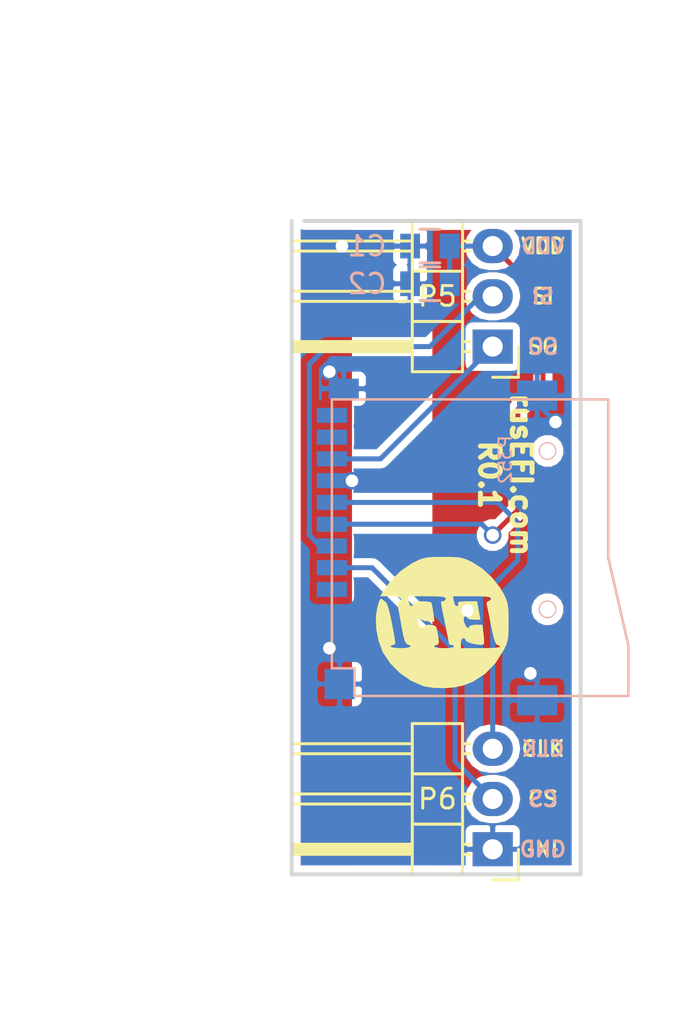
<source format=kicad_pcb>
(kicad_pcb (version 20221018) (generator pcbnew)
  (title_block (date "2016-12-31") (rev "R0.1") (company "rusEFI by DAECU"))
  (layers (0 "F.Cu" signal) (31 "B.Cu" signal) (34 "B.Paste" user) (35 "F.Paste" user) (36 "B.SilkS" user "B.Silkscreen") (37 "F.SilkS" user "F.Silkscreen") (38 "B.Mask" user) (39 "F.Mask" user) (44 "Edge.Cuts" user))
  (net 0 "")
  (net 1 "GND")
  (net 2 "/SPI_MISO")
  (net 3 "/SPI_MOSI")
  (net 4 "/3.3V")
  (net 5 "/CS_SD_MODULE")
  (net 6 "/SPI_SCK")
  (footprint "Pin_Headers:Pin_Header_Angled_1x03" (layer "F.Cu") (at 178.435 123.19 180)
    (fp_text reference "P5" (at 2.794 2.54 180) (layer "F.SilkS"))
    (fp_text value "CONN_01X03" hide)
    (fp_line (start -1.3 -1.55) (end -1.3 0) (stroke (width 0.15)) (layer "F.SilkS"))
    (fp_line (start 0 -1.55) (end -1.3 -1.55) (stroke (width 0.15)) (layer "F.SilkS"))
    (fp_line (start 1.524 -1.27) (end 1.524 1.27) (stroke (width 0.15)) (layer "F.SilkS"))
    (fp_line (start 1.524 -1.27) (end 4.064 -1.27) (stroke (width 0.15)) (layer "F.SilkS"))
    (fp_line (start 1.524 -0.254) (end 1.143 -0.254) (stroke (width 0.15)) (layer "F.SilkS"))
    (fp_line (start 1.524 0.254) (end 1.143 0.254) (stroke (width 0.15)) (layer "F.SilkS"))
    (fp_line (start 1.524 1.27) (end 1.524 3.81) (stroke (width 0.15)) (layer "F.SilkS"))
    (fp_line (start 1.524 1.27) (end 4.064 1.27) (stroke (width 0.15)) (layer "F.SilkS"))
    (fp_line (start 1.524 1.27) (end 4.064 1.27) (stroke (width 0.15)) (layer "F.SilkS"))
    (fp_line (start 1.524 2.286) (end 1.143 2.286) (stroke (width 0.15)) (layer "F.SilkS"))
    (fp_line (start 1.524 2.794) (end 1.143 2.794) (stroke (width 0.15)) (layer "F.SilkS"))
    (fp_line (start 1.524 3.81) (end 1.524 6.35) (stroke (width 0.15)) (layer "F.SilkS"))
    (fp_line (start 1.524 3.81) (end 4.064 3.81) (stroke (width 0.15)) (layer "F.SilkS"))
    (fp_line (start 1.524 3.81) (end 4.064 3.81) (stroke (width 0.15)) (layer "F.SilkS"))
    (fp_line (start 1.524 4.826) (end 1.143 4.826) (stroke (width 0.15)) (layer "F.SilkS"))
    (fp_line (start 1.524 5.334) (end 1.143 5.334) (stroke (width 0.15)) (layer "F.SilkS"))
    (fp_line (start 1.524 6.35) (end 4.064 6.35) (stroke (width 0.15)) (layer "F.SilkS"))
    (fp_line (start 4.064 -0.254) (end 10.16 -0.254) (stroke (width 0.15)) (layer "F.SilkS"))
    (fp_line (start 4.064 1.27) (end 4.064 -1.27) (stroke (width 0.15)) (layer "F.SilkS"))
    (fp_line (start 4.064 2.286) (end 10.16 2.286) (stroke (width 0.15)) (layer "F.SilkS"))
    (fp_line (start 4.064 3.81) (end 4.064 1.27) (stroke (width 0.15)) (layer "F.SilkS"))
    (fp_line (start 4.064 4.826) (end 10.16 4.826) (stroke (width 0.15)) (layer "F.SilkS"))
    (fp_line (start 4.064 6.35) (end 4.064 3.81) (stroke (width 0.15)) (layer "F.SilkS"))
    (fp_line (start 4.191 -0.127) (end 10.033 -0.127) (stroke (width 0.15)) (layer "F.SilkS"))
    (fp_line (start 4.191 0) (end 10.033 0) (stroke (width 0.15)) (layer "F.SilkS"))
    (fp_line (start 4.191 0.127) (end 4.191 0) (stroke (width 0.15)) (layer "F.SilkS"))
    (fp_line (start 10.033 -0.127) (end 10.033 0.127) (stroke (width 0.15)) (layer "F.SilkS"))
    (fp_line (start 10.033 0.127) (end 4.191 0.127) (stroke (width 0.15)) (layer "F.SilkS"))
    (fp_line (start 10.16 -0.254) (end 10.16 0.254) (stroke (width 0.15)) (layer "F.SilkS"))
    (fp_line (start 10.16 0.254) (end 4.064 0.254) (stroke (width 0.15)) (layer "F.SilkS"))
    (fp_line (start 10.16 2.286) (end 10.16 2.794) (stroke (width 0.15)) (layer "F.SilkS"))
    (fp_line (start 10.16 2.794) (end 4.064 2.794) (stroke (width 0.15)) (layer "F.SilkS"))
    (fp_line (start 10.16 4.826) (end 10.16 5.334) (stroke (width 0.15)) (layer "F.SilkS"))
    (fp_line (start 10.16 5.334) (end 4.064 5.334) (stroke (width 0.15)) (layer "F.SilkS"))
    (pad "1" thru_hole rect (at 0 0 180) (size 2.032 1.7272) (drill 1.016) (layers "*.Cu" "*.Mask") (net 2 "/SPI_MISO"))
    (pad "2" thru_hole oval (at 0 2.54 180) (size 2.032 1.7272) (drill 1.016) (layers "*.Cu" "*.Mask") (net 3 "/SPI_MOSI"))
    (pad "3" thru_hole oval (at 0 5.08 180) (size 2.032 1.7272) (drill 1.016) (layers "*.Cu" "*.Mask") (net 4 "/3.3V"))
  )
  (footprint "Pin_Headers:Pin_Header_Angled_1x03" (layer "F.Cu") (at 178.435 148.59 180)
    (fp_text reference "P6" (at 2.794 2.54 180) (layer "F.SilkS"))
    (fp_text value "CONN_01X03" hide)
    (fp_line (start -1.3 -1.55) (end -1.3 0) (stroke (width 0.15)) (layer "F.SilkS"))
    (fp_line (start 0 -1.55) (end -1.3 -1.55) (stroke (width 0.15)) (layer "F.SilkS"))
    (fp_line (start 1.524 -1.27) (end 1.524 1.27) (stroke (width 0.15)) (layer "F.SilkS"))
    (fp_line (start 1.524 -1.27) (end 4.064 -1.27) (stroke (width 0.15)) (layer "F.SilkS"))
    (fp_line (start 1.524 -0.254) (end 1.143 -0.254) (stroke (width 0.15)) (layer "F.SilkS"))
    (fp_line (start 1.524 0.254) (end 1.143 0.254) (stroke (width 0.15)) (layer "F.SilkS"))
    (fp_line (start 1.524 1.27) (end 1.524 3.81) (stroke (width 0.15)) (layer "F.SilkS"))
    (fp_line (start 1.524 1.27) (end 4.064 1.27) (stroke (width 0.15)) (layer "F.SilkS"))
    (fp_line (start 1.524 1.27) (end 4.064 1.27) (stroke (width 0.15)) (layer "F.SilkS"))
    (fp_line (start 1.524 2.286) (end 1.143 2.286) (stroke (width 0.15)) (layer "F.SilkS"))
    (fp_line (start 1.524 2.794) (end 1.143 2.794) (stroke (width 0.15)) (layer "F.SilkS"))
    (fp_line (start 1.524 3.81) (end 1.524 6.35) (stroke (width 0.15)) (layer "F.SilkS"))
    (fp_line (start 1.524 3.81) (end 4.064 3.81) (stroke (width 0.15)) (layer "F.SilkS"))
    (fp_line (start 1.524 3.81) (end 4.064 3.81) (stroke (width 0.15)) (layer "F.SilkS"))
    (fp_line (start 1.524 4.826) (end 1.143 4.826) (stroke (width 0.15)) (layer "F.SilkS"))
    (fp_line (start 1.524 5.334) (end 1.143 5.334) (stroke (width 0.15)) (layer "F.SilkS"))
    (fp_line (start 1.524 6.35) (end 4.064 6.35) (stroke (width 0.15)) (layer "F.SilkS"))
    (fp_line (start 4.064 -0.254) (end 10.16 -0.254) (stroke (width 0.15)) (layer "F.SilkS"))
    (fp_line (start 4.064 1.27) (end 4.064 -1.27) (stroke (width 0.15)) (layer "F.SilkS"))
    (fp_line (start 4.064 2.286) (end 10.16 2.286) (stroke (width 0.15)) (layer "F.SilkS"))
    (fp_line (start 4.064 3.81) (end 4.064 1.27) (stroke (width 0.15)) (layer "F.SilkS"))
    (fp_line (start 4.064 4.826) (end 10.16 4.826) (stroke (width 0.15)) (layer "F.SilkS"))
    (fp_line (start 4.064 6.35) (end 4.064 3.81) (stroke (width 0.15)) (layer "F.SilkS"))
    (fp_line (start 4.191 -0.127) (end 10.033 -0.127) (stroke (width 0.15)) (layer "F.SilkS"))
    (fp_line (start 4.191 0) (end 10.033 0) (stroke (width 0.15)) (layer "F.SilkS"))
    (fp_line (start 4.191 0.127) (end 4.191 0) (stroke (width 0.15)) (layer "F.SilkS"))
    (fp_line (start 10.033 -0.127) (end 10.033 0.127) (stroke (width 0.15)) (layer "F.SilkS"))
    (fp_line (start 10.033 0.127) (end 4.191 0.127) (stroke (width 0.15)) (layer "F.SilkS"))
    (fp_line (start 10.16 -0.254) (end 10.16 0.254) (stroke (width 0.15)) (layer "F.SilkS"))
    (fp_line (start 10.16 0.254) (end 4.064 0.254) (stroke (width 0.15)) (layer "F.SilkS"))
    (fp_line (start 10.16 2.286) (end 10.16 2.794) (stroke (width 0.15)) (layer "F.SilkS"))
    (fp_line (start 10.16 2.794) (end 4.064 2.794) (stroke (width 0.15)) (layer "F.SilkS"))
    (fp_line (start 10.16 4.826) (end 10.16 5.334) (stroke (width 0.15)) (layer "F.SilkS"))
    (fp_line (start 10.16 5.334) (end 4.064 5.334) (stroke (width 0.15)) (layer "F.SilkS"))
    (pad "1" thru_hole rect (at 0 0 180) (size 2.032 1.7272) (drill 1.016) (layers "*.Cu" "*.Mask") (net 1 "GND"))
    (pad "2" thru_hole oval (at 0 2.54 180) (size 2.032 1.7272) (drill 1.016) (layers "*.Cu" "*.Mask") (net 5 "/CS_SD_MODULE"))
    (pad "3" thru_hole oval (at 0 5.08 180) (size 2.032 1.7272) (drill 1.016) (layers "*.Cu" "*.Mask") (net 6 "/SPI_SCK"))
  )
  (footprint "LOGO_F" (layer "F.Cu") (at 175.895 137.16)
    (fp_text reference "G1" hide)
    (fp_text value "LOGO" hide)
    (fp_poly (pts (xy 3.34518 -0.04318) (xy 3.3401 0.381) (xy 3.32486 0.68326) (xy 3.28676 0.90932) (xy 3.22326 1.1049) (xy 3.12166 1.3208) (xy 3.10896 1.3462) (xy 2.921 1.64084) (xy 2.921 1.18618) (xy 2.79654 1.1049) (xy 2.75844 1.09982) (xy 2.68732 1.016) (xy 2.60096 0.76708) (xy 2.5019 0.35052) (xy 2.46126 0.14732) (xy 2.38252 -0.24638) (xy 2.31394 -0.58928) (xy 2.2606 -0.84074) (xy 2.23266 -0.9525) (xy 2.2479 -1.07696) (xy 2.32156 -1.09982) (xy 2.4384 -1.16586) (xy 2.45618 -1.22682) (xy 2.42824 -1.28524) (xy 2.33172 -1.3208) (xy 2.13868 -1.34366) (xy 1.82372 -1.35382) (xy 1.49606 -1.35382) (xy 0.53594 -1.35382) (xy 0.57404 -1.09982) (xy 0.63246 -0.92202) (xy 0.7239 -0.84836) (xy 0.72644 -0.84582) (xy 0.80264 -0.90678) (xy 0.79248 -0.97536) (xy 0.79248 -1.04648) (xy 0.889 -1.08458) (xy 1.10744 -1.09982) (xy 1.24714 -1.09982) (xy 1.75006 -1.09982) (xy 1.83388 -0.635) (xy 1.9177 -0.17018) (xy 1.59258 -0.17018) (xy 1.38684 -0.1905) (xy 1.27508 -0.23876) (xy 1.27 -0.254) (xy 1.20142 -0.3302) (xy 1.15316 -0.33782) (xy 1.0795 -0.2921) (xy 1.08204 -0.127) (xy 1.0922 -0.07112) (xy 1.1557 0.1016) (xy 1.24206 0.22352) (xy 1.3208 0.25908) (xy 1.35382 0.1778) (xy 1.35382 0.17526) (xy 1.43002 0.11684) (xy 1.61544 0.08636) (xy 1.68656 0.08382) (xy 2.0193 0.08382) (xy 2.07772 0.55372) (xy 2.10312 0.81788) (xy 2.10312 1.01092) (xy 2.09042 1.06934) (xy 1.9685 1.09982) (xy 1.76022 1.08458) (xy 1.52146 1.03886) (xy 1.31318 0.97536) (xy 1.1938 0.90424) (xy 1.18618 0.88138) (xy 1.1176 0.7747) (xy 1.05918 0.762) (xy 0.95758 0.8382) (xy 0.93218 1.016) (xy 0.93218 1.27) (xy 1.95072 1.27) (xy 2.42062 1.26238) (xy 2.74066 1.2446) (xy 2.90322 1.21158) (xy 2.921 1.18618) (xy 2.921 1.64084) (xy 2.67716 2.02692) (xy 2.15646 2.5654) (xy 1.5494 2.9591) (xy 1.02108 3.16484) (xy 0.59182 3.24866) (xy 0.59182 1.18618) (xy 0.52324 1.10998) (xy 0.46482 1.09982) (xy 0.35306 1.08458) (xy 0.33782 1.06934) (xy 0.32258 0.98044) (xy 0.2794 0.75692) (xy 0.21336 0.4318) (xy 0.13462 0.04064) (xy 0.127 0) (xy 0.03556 -0.44958) (xy -0.02794 -0.75692) (xy -0.06096 -0.94996) (xy -0.06858 -1.0541) (xy -0.05334 -1.09728) (xy -0.01524 -1.1049) (xy 0.04318 -1.09982) (xy 0.15494 -1.1684) (xy 0.17018 -1.22682) (xy 0.14224 -1.28524) (xy 0.04572 -1.3208) (xy -0.14732 -1.34366) (xy -0.46228 -1.35382) (xy -0.78994 -1.35382) (xy -1.75006 -1.35382) (xy -1.71196 -1.09982) (xy -1.65354 -0.92202) (xy -1.5621 -0.84836) (xy -1.55956 -0.84582) (xy -1.48336 -0.90678) (xy -1.49352 -0.97282) (xy -1.49098 -1.04902) (xy -1.39446 -1.08712) (xy -1.1684 -1.09982) (xy -1.07188 -1.09982) (xy -0.80772 -1.08966) (xy -0.61976 -1.05918) (xy -0.56134 -1.03378) (xy -0.52578 -0.9144) (xy -0.48514 -0.69088) (xy -0.45974 -0.52578) (xy -0.40132 -0.08382) (xy -0.69342 -0.08382) (xy -0.91948 -0.11176) (xy -1.07696 -0.18034) (xy -1.08204 -0.18542) (xy -1.1938 -0.254) (xy -1.2319 -0.17018) (xy -1.21158 0.02032) (xy -1.143 0.17018) (xy -1.04394 0.254) (xy -0.95758 0.24892) (xy -0.93218 0.17018) (xy -0.86106 0.10668) (xy -0.69596 0.08382) (xy -0.50546 0.1016) (xy -0.35306 0.15494) (xy -0.31242 0.20066) (xy -0.27432 0.35052) (xy -0.2286 0.59436) (xy -0.20828 0.70866) (xy -0.18288 0.94996) (xy -0.20066 1.0668) (xy -0.27686 1.09982) (xy -0.28702 1.09982) (xy -0.4064 1.143) (xy -0.42418 1.18618) (xy -0.34544 1.22936) (xy -0.14478 1.25984) (xy 0.08382 1.27) (xy 0.3556 1.2573) (xy 0.53848 1.22428) (xy 0.59182 1.18618) (xy 0.59182 3.24866) (xy 0.5715 3.25374) (xy 0.0508 3.2893) (xy -0.4699 3.27152) (xy -0.91694 3.2004) (xy -0.99314 3.17754) (xy -1.59004 2.91338) (xy -2.15392 2.52222) (xy -2.63652 2.03708) (xy -2.99974 1.49606) (xy -3.03022 1.43256) (xy -3.22326 0.90932) (xy -3.3401 0.32258) (xy -3.3655 -0.2413) (xy -3.3528 -0.39624) (xy -3.29946 -0.7366) (xy -3.23088 -1.01092) (xy -3.15722 -1.18872) (xy -3.0861 -1.23698) (xy -3.06578 -1.21666) (xy -2.93624 -1.10998) (xy -2.88544 -1.08712) (xy -2.80924 -0.98298) (xy -2.7178 -0.71374) (xy -2.6162 -0.2921) (xy -2.57302 -0.08128) (xy -2.48158 0.38354) (xy -2.42316 0.70612) (xy -2.39268 0.9144) (xy -2.39014 1.03124) (xy -2.41554 1.08458) (xy -2.4638 1.09982) (xy -2.49682 1.09982) (xy -2.61112 1.14554) (xy -2.62382 1.18618) (xy -2.54762 1.22936) (xy -2.34696 1.25984) (xy -2.11582 1.27) (xy -1.8288 1.25476) (xy -1.651 1.21412) (xy -1.60274 1.15824) (xy -1.7018 1.09728) (xy -1.76276 1.0795) (xy -1.8415 1.02362) (xy -1.91008 0.88646) (xy -1.97866 0.63754) (xy -2.05486 0.25146) (xy -2.06248 0.2032) (xy -2.13106 -0.18288) (xy -2.19456 -0.52578) (xy -2.24282 -0.78232) (xy -2.25806 -0.86868) (xy -2.27076 -1.0414) (xy -2.19202 -1.09982) (xy -2.1717 -1.10236) (xy -2.07772 -1.15316) (xy -2.08534 -1.22936) (xy -2.1717 -1.30556) (xy -2.36728 -1.3462) (xy -2.6416 -1.35636) (xy -3.14706 -1.35382) (xy -2.95656 -1.67132) (xy -2.5781 -2.18186) (xy -2.09296 -2.64668) (xy -1.55702 -3.01244) (xy -1.44018 -3.0734) (xy -1.18618 -3.19532) (xy -0.97536 -3.27152) (xy -0.75692 -3.31724) (xy -0.48514 -3.33756) (xy -0.10668 -3.34264) (xy 0.04064 -3.34264) (xy 0.46482 -3.33756) (xy 0.76962 -3.32232) (xy 1.00076 -3.28422) (xy 1.2065 -3.21564) (xy 1.43764 -3.1115) (xy 1.47574 -3.09372) (xy 2.00914 -2.7559) (xy 2.50444 -2.30378) (xy 2.91592 -1.78816) (xy 3.10134 -1.46812) (xy 3.21056 -1.2319) (xy 3.28168 -1.02616) (xy 3.31978 -0.8001) (xy 3.3401 -0.50546) (xy 3.34264 -0.09398) (xy 3.34518 -0.04318)) (stroke (width 0.00254)) (fill solid) (layer "F.SilkS"))
  )
  (footprint "MICRO-SDCARD-CONNECTOR-3300060P1" (layer "B.Cu") (at 177.8 133.35)
    (fp_text reference "P352" (at 1.27 -4.445 270) (layer "B.SilkS") (effects (font (size 0.635 0.635) (thickness 0.1016)) (justify mirror)))
    (fp_text value "MICRO-SDCARD-CONNECTOR-3300060P1" hide)
    (fp_line (start -7.493 -7.493) (end -7.493 6.096) (stroke (width 0.127)) (layer "B.SilkS"))
    (fp_line (start -7.493 -7.493) (end 6.477 -7.493) (stroke (width 0.127)) (layer "B.SilkS"))
    (fp_line (start -7.493 6.096) (end -6.35 6.096) (stroke (width 0.127)) (layer "B.SilkS"))
    (fp_line (start -6.35 6.096) (end -6.35 7.493) (stroke (width 0.127)) (layer "B.SilkS"))
    (fp_line (start -6.35 7.493) (end 7.493 7.493) (stroke (width 0.127)) (layer "B.SilkS"))
    (fp_line (start 6.477 -7.493) (end 6.477 0.5591) (stroke (width 0.127)) (layer "B.SilkS"))
    (fp_line (start 7.493 4.953) (end 6.477 0.508) (stroke (width 0.127)) (layer "B.SilkS"))
    (fp_line (start 7.493 7.493) (end 7.493 4.9619) (stroke (width 0.127)) (layer "B.SilkS"))
    (pad "" thru_hole circle (at 3.407 -4.886) (size 0.889 0.889) (drill 0.762) (layers "*.Cu" "*.Mask" "B.SilkS"))
    (pad "" thru_hole circle (at 3.407 3.114) (size 0.889 0.889) (drill 0.762) (layers "*.Cu" "*.Mask" "B.SilkS"))
    (pad "1" smd rect (at -7.493 2.114) (size 1.524 0.762) (layers "B.Cu" "B.Paste" "B.Mask"))
    (pad "2" smd rect (at -7.493 1.014) (size 1.524 0.762) (layers "B.Cu" "B.Paste" "B.Mask") (net 5 "/CS_SD_MODULE"))
    (pad "3" smd rect (at -7.493 -0.086) (size 1.524 0.762) (layers "B.Cu" "B.Paste" "B.Mask") (net 3 "/SPI_MOSI"))
    (pad "4" smd rect (at -7.493 -1.186) (size 1.524 0.762) (layers "B.Cu" "B.Paste" "B.Mask") (net 4 "/3.3V"))
    (pad "5" smd rect (at -7.493 -2.286) (size 1.524 0.762) (layers "B.Cu" "B.Paste" "B.Mask") (net 6 "/SPI_SCK"))
    (pad "6" smd rect (at -7.493 -3.386) (size 1.524 0.762) (layers "B.Cu" "B.Paste" "B.Mask") (net 1 "GND"))
    (pad "7" smd rect (at -7.493 -4.486) (size 1.524 0.762) (layers "B.Cu" "B.Paste" "B.Mask") (net 2 "/SPI_MISO"))
    (pad "8" smd rect (at -7.493 -5.586) (size 1.524 0.762) (layers "B.Cu" "B.Paste" "B.Mask"))
    (pad "9" smd rect (at -7.493 -6.686) (size 1.524 0.762) (layers "B.Cu" "B.Paste" "B.Mask"))
    (pad "G1" smd rect (at -6.893 -8.032) (size 1.524 1.016) (layers "B.Cu" "B.Paste" "B.Mask") (net 1 "GND"))
    (pad "G2" smd rect (at 2.88 -7.686) (size 2.032 1.524) (layers "B.Cu" "B.Paste" "B.Mask") (net 1 "GND"))
    (pad "G3" smd rect (at 2.88 7.714) (size 2.032 1.524) (layers "B.Cu" "B.Paste" "B.Mask") (net 1 "GND"))
    (pad "G4" smd rect (at -7.101 6.895) (size 1.524 1.524) (layers "B.Cu" "B.Paste" "B.Mask") (net 1 "GND"))
  )
  (footprint "C_0805" (layer "B.Cu") (at 175.26 118.11)
    (fp_text reference "C1" (at -3.175 0) (layer "B.SilkS") (effects (justify mirror)))
    (fp_text value "1000pF" hide)
    (fp_line (start -0.5 -0.85) (end 0.5 -0.85) (stroke (width 0.15)) (layer "B.SilkS"))
    (fp_line (start 0.5 0.85) (end -0.5 0.85) (stroke (width 0.15)) (layer "B.SilkS"))
    (pad "1" smd rect (at -1 0) (size 1 1.25) (layers "B.Cu" "B.Paste" "B.Mask") (net 1 "GND"))
    (pad "2" smd rect (at 1 0) (size 1 1.25) (layers "B.Cu" "B.Paste" "B.Mask") (net 4 "/3.3V"))
  )
  (footprint "C_0805" (layer "B.Cu") (at 175.26 120.015)
    (fp_text reference "C2" (at -3.175 0) (layer "B.SilkS") (effects (justify mirror)))
    (fp_text value "0.1uF" hide)
    (fp_line (start -0.5 -0.85) (end 0.5 -0.85) (stroke (width 0.15)) (layer "B.SilkS"))
    (fp_line (start 0.5 0.85) (end -0.5 0.85) (stroke (width 0.15)) (layer "B.SilkS"))
    (pad "1" smd rect (at -1 0) (size 1 1.25) (layers "B.Cu" "B.Paste" "B.Mask") (net 1 "GND"))
    (pad "2" smd rect (at 1 0) (size 1 1.25) (layers "B.Cu" "B.Paste" "B.Mask") (net 4 "/3.3V"))
  )
  (gr_line (start 168.275 149.86) (end 168.275 116.84) (stroke (width 0.2)) (layer "Edge.Cuts"))
  (gr_line (start 182.88 149.86) (end 168.275 149.86) (stroke (width 0.2)) (layer "Edge.Cuts"))
  (gr_line (start 168.91 116.84) (end 182.88 116.84) (stroke (width 0.2)) (layer "Edge.Cuts"))
  (gr_line (start 182.88 116.84) (end 182.88 149.86) (stroke (width 0.2)) (layer "Edge.Cuts"))
  (gr_text "GND" (at 180.975 148.59) (layer "B.SilkS") (effects (font (size 0.762 0.762) (thickness 0.1524)) (justify mirror)))
  (gr_text "CS" (at 180.975 146.05) (layer "B.SilkS") (effects (font (size 0.762 0.762) (thickness 0.1524)) (justify mirror)))
  (gr_text "CLK" (at 180.975 143.51) (layer "B.SilkS") (effects (font (size 0.762 0.762) (thickness 0.1524)) (justify mirror)))
  (gr_text "SO" (at 180.975 123.19) (layer "B.SilkS") (effects (font (size 0.762 0.762) (thickness 0.1524)) (justify mirror)))
  (gr_text "SI" (at 180.975 120.65) (layer "B.SilkS") (effects (font (size 0.762 0.762) (thickness 0.1524)) (justify mirror)))
  (gr_text "VDD" (at 180.975 118.11) (layer "B.SilkS") (effects (font (size 0.762 0.762) (thickness 0.1524)) (justify mirror)))
  (gr_text "rusEFI.com\nR0.1" (at 179.07 129.667 270) (layer "F.SilkS") (effects (font (size 1 1) (thickness 0.25))))
  (gr_text "SO" (at 180.975 123.19) (layer "F.SilkS") (effects (font (size 0.762 0.762) (thickness 0.1524))))
  (gr_text "CLK" (at 180.975 143.51) (layer "F.SilkS") (effects (font (size 0.762 0.762) (thickness 0.1524))))
  (gr_text "VDD" (at 180.975 118.11) (layer "F.SilkS") (effects (font (size 0.762 0.762) (thickness 0.1524))))
  (gr_text "GND" (at 180.975 148.59) (layer "F.SilkS") (effects (font (size 0.762 0.762) (thickness 0.1524))))
  (gr_text "CS" (at 180.975 146.05) (layer "F.SilkS") (effects (font (size 0.762 0.762) (thickness 0.1524))))
  (gr_text "SI" (at 180.975 120.65) (layer "F.SilkS") (effects (font (size 0.762 0.762) (thickness 0.1524))))
  (segment (start 177.165 136.525) (end 180.34 139.7) (width 0.254) (layer "F.Cu") (net 1))
  (via (at 170.18 124.46) (size 0.889) (drill 0.635) (layers "F.Cu" "B.Cu") (net 1))
  (via (at 181.61 127) (size 0.889) (drill 0.635) (layers "F.Cu" "B.Cu") (net 1))
  (via (at 171.323 129.9718) (size 0.889) (drill 0.635) (layers "F.Cu" "B.Cu") (net 1))
  (via (at 177.165 136.525) (size 0.889) (drill 0.635) (layers "F.Cu" "B.Cu") (net 1))
  (via (at 180.34 139.7) (size 0.889) (drill 0.635) (layers "F.Cu" "B.Cu") (net 1))
  (via (at 170.18 138.43) (size 0.889) (drill 0.635) (layers "F.Cu" "B.Cu") (net 1))
  (via (at 170.815 118.11) (size 0.889) (drill 0.635) (layers "F.Cu" "B.Cu") (net 1))
  (segment (start 170.907 125.187) (end 170.18 124.46) (width 0.254) (layer "B.Cu") (net 1))
  (segment (start 170.699 138.949) (end 170.18 138.43) (width 0.254) (layer "B.Cu") (net 1))
  (segment (start 180.68 140.04) (end 180.34 139.7) (width 0.254) (layer "B.Cu") (net 1))
  (segment (start 180.68 126.07) (end 181.61 127) (width 0.254) (layer "B.Cu") (net 1))
  (segment (start 171.3152 129.964) (end 171.323 129.9718) (width 0.254) (layer "B.Cu") (net 1))
  (segment (start 180.68 125.664) (end 180.68 126.07) (width 0.254) (layer "B.Cu") (net 1))
  (segment (start 170.307 129.964) (end 171.3152 129.964) (width 0.254) (layer "B.Cu") (net 1))
  (segment (start 174.26 118.11) (end 170.815 118.11) (width 0.254) (layer "B.Cu") (net 1))
  (segment (start 170.907 125.318) (end 170.907 125.187) (width 0.254) (layer "B.Cu") (net 1))
  (segment (start 180.68 140.04) (end 180.68 141.064) (width 0.254) (layer "B.Cu") (net 1))
  (segment (start 170.699 140.245) (end 170.699 138.949) (width 0.254) (layer "B.Cu") (net 1))
  (segment (start 174.26 118.11) (end 174.26 120.015) (width 0.254) (layer "B.Cu") (net 1))
  (segment (start 172.761 128.864) (end 178.435 123.19) (width 0.254) (layer "B.Cu") (net 2))
  (segment (start 170.307 128.864) (end 172.761 128.864) (width 0.254) (layer "B.Cu") (net 2))
  (segment (start 169.713 133.264) (end 169.164 132.715) (width 0.254) (layer "B.Cu") (net 3))
  (segment (start 169.164 132.715) (end 169.164 124.079) (width 0.254) (layer "B.Cu") (net 3))
  (segment (start 169.164 124.079) (end 170.053 123.19) (width 0.254) (layer "B.Cu") (net 3))
  (segment (start 177.8 120.65) (end 175.26 123.19) (width 0.254) (layer "B.Cu") (net 3))
  (segment (start 175.26 123.19) (end 170.053 123.19) (width 0.254) (layer "B.Cu") (net 3))
  (segment (start 170.307 133.264) (end 169.713 133.264) (width 0.254) (layer "B.Cu") (net 3))
  (segment (start 178.435 120.65) (end 177.8 120.65) (width 0.254) (layer "B.Cu") (net 3))
  (segment (start 178.435 132.715) (end 179.705 131.445) (width 0.254) (layer "F.Cu") (net 4))
  (segment (start 179.705 131.445) (end 179.705 126.365) (width 0.254) (layer "F.Cu") (net 4))
  (segment (start 179.705 126.365) (end 180.975 125.095) (width 0.254) (layer "F.Cu") (net 4))
  (segment (start 180.975 125.095) (end 180.975 120.65) (width 0.254) (layer "F.Cu") (net 4))
  (segment (start 180.975 120.65) (end 178.435 118.11) (width 0.254) (layer "F.Cu") (net 4))
  (via (at 178.435 132.715) (size 0.889) (drill 0.635) (layers "F.Cu" "B.Cu") (net 4))
  (segment (start 177.884 132.164) (end 178.435 132.715) (width 0.254) (layer "B.Cu") (net 4))
  (segment (start 176.26 118.11) (end 178.435 118.11) (width 0.254) (layer "B.Cu") (net 4))
  (segment (start 170.307 132.164) (end 177.884 132.164) (width 0.254) (layer "B.Cu") (net 4))
  (segment (start 176.26 120.015) (end 176.26 118.11) (width 0.254) (layer "B.Cu") (net 4))
  (segment (start 172.337 134.364) (end 176.53 138.557) (width 0.254) (layer "B.Cu") (net 5))
  (segment (start 176.53 138.557) (end 176.53 144.145) (width 0.254) (layer "B.Cu") (net 5))
  (segment (start 176.53 144.145) (end 178.435 146.05) (width 0.254) (layer "B.Cu") (net 5))
  (segment (start 170.307 134.364) (end 172.337 134.364) (width 0.254) (layer "B.Cu") (net 5))
  (segment (start 178.689 131.064) (end 179.705 132.08) (width 0.254) (layer "B.Cu") (net 6))
  (segment (start 179.705 132.08) (end 179.705 133.985) (width 0.254) (layer "B.Cu") (net 6))
  (segment (start 179.705 133.985) (end 178.435 135.255) (width 0.254) (layer "B.Cu") (net 6))
  (segment (start 178.435 135.255) (end 178.435 143.51) (width 0.254) (layer "B.Cu") (net 6))
  (segment (start 170.307 131.064) (end 178.689 131.064) (width 0.254) (layer "B.Cu") (net 6))
  (zone (net 1) (net_name "GND") (layer "F.Cu") (connect_pads (clearance 0.2286)) (min_thickness 0.254) (fill yes (thermal_gap 0.2286) (thermal_bridge_width 0.508))
    (polygon (pts (xy 175.26 114.3) (xy 185.42 114.3) (xy 185.42 152.4) (xy 175.26 152.4)))
  )
  (zone (net 1) (net_name "GND") (layer "F.Cu") (connect_pads (clearance 0.2286)) (min_thickness 0.254) (fill yes (thermal_gap 0.2286) (thermal_bridge_width 0.508))
    (polygon (pts (xy 171.45 114.3) (xy 165.1 114.3) (xy 165.1 152.4) (xy 171.45 152.4)))
  )
  (zone (net 1) (net_name "GND") (layer "B.Cu") (connect_pads (clearance 0.2286)) (min_thickness 0.254) (fill yes (thermal_gap 0.2286) (thermal_bridge_width 0.508))
    (polygon (pts (xy 187.96 111.76) (xy 187.96 154.94) (xy 165.1 154.94) (xy 162.56 154.94) (xy 162.56 111.76)))
  )
)
</source>
